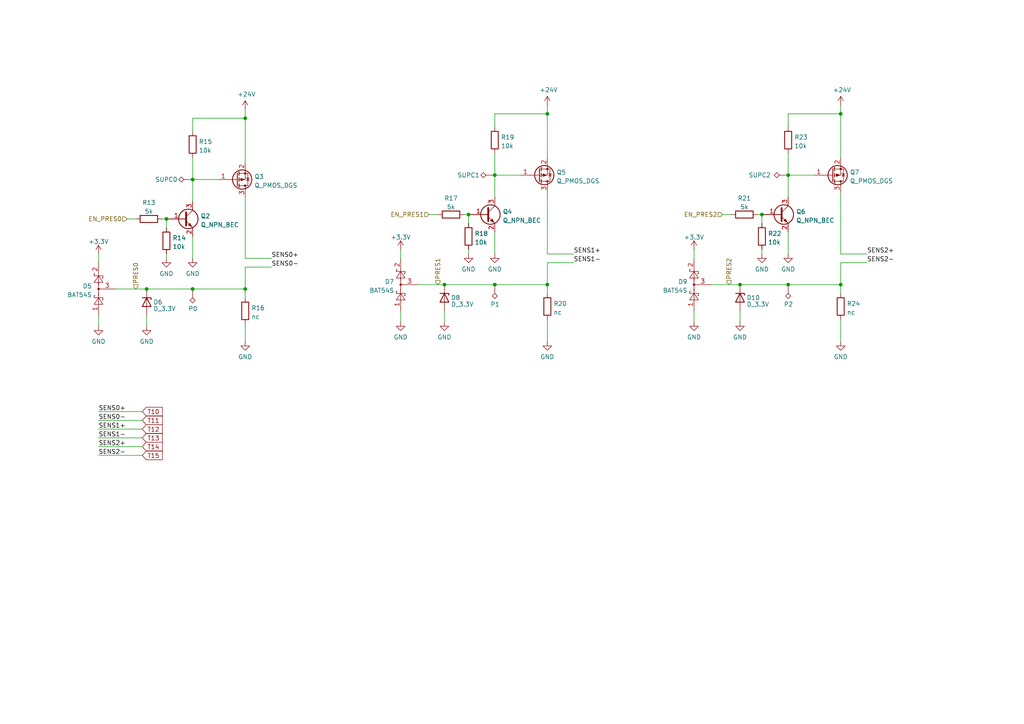
<source format=kicad_sch>
(kicad_sch (version 20211123) (generator eeschema)
  (paper "A4")
  (title_block (title "FloatPUMP Schematics") (date "2022-11-11") (rev "1.0") (company "robtor.de") (comment 1 "Controller board for up to 3 water pumps") (comment 2 "measuring capabilities with piezoresistive pressure sensors") (comment 3 "sensor input Range 4mA-20mA"))
  (lib_symbols
    (symbol "Connector:TestPoint_Alt" (pin_numbers hide) (pin_names (offset 0.762) hide)
      (property "Reference" "TP" (at 0 6.858 0))
      (property "Value" "TestPoint_Alt" (at 0 5.08 0))
      (symbol "TestPoint_Alt_0_1"
        (polyline (pts (xy 0 2.54) (xy -0.762 3.302) (xy 0 4.064) (xy 0.762 3.302) (xy 0 2.54)))
      )
      (symbol "TestPoint_Alt_1_1"
        (pin passive line (at 0 0 90) (length 2.54) (name "1") (number "1"))
      )
    )
    (symbol "D_Zener_1" (pin_numbers hide) (pin_names (offset 1.016) hide)
      (property "Reference" "D?" (at 2.032 0.8347 90))
      (property "Value" "D_Zener_1" (at 2.032 -1.7022 90))
      (symbol "D_Zener_1_0_1"
        (polyline (pts (xy 1.27 0) (xy -1.27 0)))
        (polyline (pts (xy -1.27 -1.27) (xy -1.27 1.27) (xy -0.762 1.27)) (stroke (width 0.254)))
        (polyline (pts (xy 1.27 -1.27) (xy 1.27 1.27) (xy -1.27 0) (xy 1.27 -1.27)) (stroke (width 0.254)))
      )
      (symbol "D_Zener_1_1_1"
        (pin passive line (at 3.81 0 180) (length 2.54) (name "A") (number "1"))
        (pin passive line (at -3.81 0 0) (length 2.54) (name "K") (number "3"))
      )
    )
    (symbol "Device:Q_NPN_BEC" (pin_names (offset 0) hide)
      (property "Reference" "Q" (at 5.08 1.27 0))
      (property "Value" "Q_NPN_BEC" (at 5.08 -1.27 0))
      (symbol "Q_NPN_BEC_0_1"
        (polyline (pts (xy 0.635 0.635) (xy 2.54 2.54)))
        (polyline (pts (xy 0.635 -0.635) (xy 2.54 -2.54) (xy 2.54 -2.54)))
        (polyline (pts (xy 0.635 1.905) (xy 0.635 -1.905) (xy 0.635 -1.905)) (stroke (width 0.508)))
        (polyline (pts (xy 1.27 -1.778) (xy 1.778 -1.27) (xy 2.286 -2.286) (xy 1.27 -1.778) (xy 1.27 -1.778)) (fill (type outline)))
        (circle (center 1.27 0) (radius 2.8194) (stroke (width 0.254)))
      )
      (symbol "Q_NPN_BEC_1_1"
        (pin input line (at -5.08 0 0) (length 5.715) (name "B") (number "1"))
        (pin passive line (at 2.54 -5.08 90) (length 2.54) (name "E") (number "2"))
        (pin passive line (at 2.54 5.08 270) (length 2.54) (name "C") (number "3"))
      )
    )
    (symbol "Device:Q_PMOS_GSD" (pin_names (offset 0) hide)
      (property "Reference" "Q" (at 5.08 1.27 0))
      (property "Value" "Q_PMOS_GSD" (at 5.08 -1.27 0))
      (symbol "Q_PMOS_GSD_0_1"
        (polyline (pts (xy 0.254 0) (xy -2.54 0)))
        (polyline (pts (xy 0.254 1.905) (xy 0.254 -1.905)) (stroke (width 0.254)))
        (polyline (pts (xy 0.762 -1.27) (xy 0.762 -2.286)) (stroke (width 0.254)))
        (polyline (pts (xy 0.762 0.508) (xy 0.762 -0.508)) (stroke (width 0.254)))
        (polyline (pts (xy 0.762 2.286) (xy 0.762 1.27)) (stroke (width 0.254)))
        (polyline (pts (xy 2.54 2.54) (xy 2.54 1.778)))
        (polyline (pts (xy 2.54 -2.54) (xy 2.54 0) (xy 0.762 0)))
        (polyline (pts (xy 0.762 1.778) (xy 3.302 1.778) (xy 3.302 -1.778) (xy 0.762 -1.778)))
        (polyline (pts (xy 2.286 0) (xy 1.27 0.381) (xy 1.27 -0.381) (xy 2.286 0)) (fill (type outline)))
        (polyline (pts (xy 2.794 -0.508) (xy 2.921 -0.381) (xy 3.683 -0.381) (xy 3.81 -0.254)))
        (polyline (pts (xy 3.302 -0.381) (xy 2.921 0.254) (xy 3.683 0.254) (xy 3.302 -0.381)))
        (circle (center 1.651 0) (radius 2.794) (stroke (width 0.254)))
        (circle (center 2.54 -1.778) (radius 0.254) (fill (type outline)))
        (circle (center 2.54 1.778) (radius 0.254) (fill (type outline)))
      )
      (symbol "Q_PMOS_GSD_1_1"
        (pin input line (at -5.08 0 0) (length 2.54) (name "G") (number "1"))
        (pin passive line (at 2.54 -5.08 90) (length 2.54) (name "S") (number "2"))
        (pin passive line (at 2.54 5.08 270) (length 2.54) (name "D") (number "3"))
      )
    )
    (symbol "Device:R" (pin_numbers hide) (pin_names (offset 0))
      (property "Reference" "R" (at 2.032 0 90))
      (property "Value" "R" (at 0 0 90))
      (symbol "R_0_1"
        (rectangle (start -1.016 -2.54) (end 1.016 2.54) (stroke (width 0.254)))
      )
      (symbol "R_1_1"
        (pin passive line (at 0 3.81 270) (length 1.27) (name "~") (number "1"))
        (pin passive line (at 0 -3.81 90) (length 1.27) (name "~") (number "2"))
      )
    )
    (symbol "Diode:BAT54S" (pin_names (offset 1.016))
      (property "Reference" "D" (at 0.635 -3.81 0))
      (property "Value" "BAT54S" (at -6.35 3.175 0))
      (symbol "BAT54S_0_1"
        (polyline (pts (xy -3.81 0) (xy -1.27 0)))
        (polyline (pts (xy -3.175 -1.27) (xy -3.175 -1.016)))
        (polyline (pts (xy -2.54 -1.27) (xy -3.175 -1.27)))
        (polyline (pts (xy -2.54 -1.27) (xy -2.54 1.27)))
        (polyline (pts (xy -2.54 1.27) (xy -1.905 1.27)))
        (polyline (pts (xy -1.905 0) (xy 1.905 0)))
        (polyline (pts (xy -1.905 1.27) (xy -1.905 1.016)))
        (polyline (pts (xy 1.27 0) (xy 3.81 0)))
        (polyline (pts (xy 3.175 -1.27) (xy 3.175 -1.016)))
        (polyline (pts (xy 3.81 -1.27) (xy 3.175 -1.27)))
        (polyline (pts (xy 3.81 -1.27) (xy 3.81 1.27)))
        (polyline (pts (xy 3.81 1.27) (xy 4.445 1.27)))
        (polyline (pts (xy 4.445 1.27) (xy 4.445 1.016)))
        (polyline (pts (xy -4.445 1.27) (xy -4.445 -1.27) (xy -2.54 0) (xy -4.445 1.27)))
        (polyline (pts (xy 1.905 1.27) (xy 1.905 -1.27) (xy 3.81 0) (xy 1.905 1.27)))
        (circle (center 0 0) (radius 0.254) (fill (type outline)))
      )
      (symbol "BAT54S_1_1"
        (pin passive line (at -7.62 0 0) (length 3.81) (name "~") (number "1"))
        (pin passive line (at 7.62 0 180) (length 3.81) (name "~") (number "2"))
        (pin passive line (at 0 -5.08 90) (length 5.08) (name "~") (number "3"))
      )
    )
    (symbol "power:+24V" (power) (pin_names (offset 0))
      (property "Value" "+24V" (at 0 3.556 0))
      (symbol "+24V_0_1"
        (polyline (pts (xy -0.762 1.27) (xy 0 2.54)))
        (polyline (pts (xy 0 0) (xy 0 2.54)))
        (polyline (pts (xy 0 2.54) (xy 0.762 1.27)))
      )
      (symbol "+24V_1_1"
        (pin power_in line (at 0 0 90) (length 0) hide (name "+24V") (number "1"))
      )
    )
    (symbol "power:+3.3V" (power) (pin_names (offset 0))
      (property "Value" "+3.3V" (at 0 3.556 0))
      (symbol "+3.3V_0_1"
        (polyline (pts (xy -0.762 1.27) (xy 0 2.54)))
        (polyline (pts (xy 0 0) (xy 0 2.54)))
        (polyline (pts (xy 0 2.54) (xy 0.762 1.27)))
      )
      (symbol "+3.3V_1_1"
        (pin power_in line (at 0 0 90) (length 0) hide (name "+3.3V") (number "1"))
      )
    )
    (symbol "power:GND" (power) (pin_names (offset 0))
      (property "Value" "GND" (at 0 -3.81 0))
      (symbol "GND_0_1"
        (polyline (pts (xy 0 0) (xy 0 -1.27) (xy 1.27 -1.27) (xy 0 -2.54) (xy -1.27 -1.27) (xy 0 -1.27)))
      )
      (symbol "GND_1_1"
        (pin power_in line (at 0 0 270) (length 0) hide (name "GND") (number "1"))
      )
    )
  )
  (junction (at 143.51 50.8))
  (junction (at 128.905 82.55))
  (junction (at 158.75 33.02))
  (junction (at 243.84 33.02))
  (junction (at 243.84 82.55))
  (junction (at 55.88 52.07))
  (junction (at 158.75 82.55))
  (junction (at 228.6 82.55))
  (junction (at 228.6 50.8))
  (junction (at 42.545 83.82))
  (junction (at 214.63 82.55))
  (junction (at 220.98 62.23))
  (junction (at 135.89 62.23))
  (junction (at 55.88 83.82))
  (junction (at 71.12 34.29))
  (junction (at 143.51 82.55))
  (junction (at 71.12 83.82))
  (junction (at 48.26 63.5))
  (wire (pts (xy 33.655 83.82) (xy 42.545 83.82)))
  (wire (pts (xy 219.71 62.23) (xy 220.98 62.23)))
  (wire (pts (xy 128.905 82.55) (xy 143.51 82.55)))
  (wire (pts (xy 143.51 33.02) (xy 158.75 33.02)))
  (wire (pts (xy 28.575 132.08) (xy 41.275 132.08)))
  (wire (pts (xy 220.98 72.39) (xy 220.98 73.66)))
  (wire (pts (xy 228.6 44.45) (xy 228.6 50.8)))
  (wire (pts (xy 128.905 90.17) (xy 128.905 93.345)))
  (wire (pts (xy 134.62 62.23) (xy 135.89 62.23)))
  (wire (pts (xy 158.75 82.55) (xy 158.75 85.09)))
  (wire (pts (xy 71.12 31.75) (xy 71.12 34.29)))
  (wire (pts (xy 28.575 119.38) (xy 41.275 119.38)))
  (wire (pts (xy 243.84 82.55) (xy 243.84 85.09)))
  (wire (pts (xy 28.575 124.46) (xy 41.275 124.46)))
  (wire (pts (xy 28.575 127) (xy 41.275 127)))
  (wire (pts (xy 55.88 45.72) (xy 55.88 52.07)))
  (wire (pts (xy 166.37 76.2) (xy 158.75 76.2)))
  (wire (pts (xy 28.575 129.54) (xy 41.275 129.54)))
  (wire (pts (xy 228.6 67.31) (xy 228.6 73.66)))
  (wire (pts (xy 158.75 76.2) (xy 158.75 82.55)))
  (wire (pts (xy 243.84 92.71) (xy 243.84 99.06)))
  (wire (pts (xy 71.12 57.15) (xy 71.12 74.93)))
  (wire (pts (xy 124.46 62.23) (xy 127 62.23)))
  (wire (pts (xy 48.26 63.5) (xy 48.26 66.04)))
  (wire (pts (xy 158.75 92.71) (xy 158.75 99.06)))
  (wire (pts (xy 158.75 55.88) (xy 158.75 73.66)))
  (wire (pts (xy 201.295 72.39) (xy 201.295 74.93)))
  (wire (pts (xy 228.6 36.83) (xy 228.6 33.02)))
  (wire (pts (xy 158.75 30.48) (xy 158.75 33.02)))
  (wire (pts (xy 228.6 50.8) (xy 236.22 50.8)))
  (wire (pts (xy 201.295 90.17) (xy 201.295 93.345)))
  (wire (pts (xy 28.575 73.66) (xy 28.575 76.2)))
  (wire (pts (xy 143.51 36.83) (xy 143.51 33.02)))
  (wire (pts (xy 220.98 62.23) (xy 220.98 64.77)))
  (wire (pts (xy 78.74 77.47) (xy 71.12 77.47)))
  (wire (pts (xy 135.89 72.39) (xy 135.89 73.66)))
  (wire (pts (xy 78.74 74.93) (xy 71.12 74.93)))
  (wire (pts (xy 55.88 38.1) (xy 55.88 34.29)))
  (wire (pts (xy 228.6 82.55) (xy 243.84 82.55)))
  (wire (pts (xy 55.88 52.07) (xy 63.5 52.07)))
  (wire (pts (xy 36.83 63.5) (xy 39.37 63.5)))
  (wire (pts (xy 251.46 73.66) (xy 243.84 73.66)))
  (wire (pts (xy 28.575 91.44) (xy 28.575 94.615)))
  (wire (pts (xy 206.375 82.55) (xy 214.63 82.55)))
  (wire (pts (xy 55.88 68.58) (xy 55.88 74.93)))
  (wire (pts (xy 143.51 50.8) (xy 143.51 57.15)))
  (wire (pts (xy 55.88 34.29) (xy 71.12 34.29)))
  (wire (pts (xy 143.51 44.45) (xy 143.51 50.8)))
  (wire (pts (xy 121.285 82.55) (xy 128.905 82.55)))
  (wire (pts (xy 251.46 76.2) (xy 243.84 76.2)))
  (wire (pts (xy 209.55 62.23) (xy 212.09 62.23)))
  (wire (pts (xy 71.12 34.29) (xy 71.12 46.99)))
  (wire (pts (xy 135.89 64.77) (xy 135.89 62.23)))
  (wire (pts (xy 228.6 50.8) (xy 228.6 57.15)))
  (wire (pts (xy 143.51 67.31) (xy 143.51 73.66)))
  (wire (pts (xy 55.88 52.07) (xy 55.88 58.42)))
  (wire (pts (xy 42.545 91.44) (xy 42.545 94.615)))
  (wire (pts (xy 158.75 33.02) (xy 158.75 45.72)))
  (wire (pts (xy 243.84 33.02) (xy 243.84 45.72)))
  (wire (pts (xy 48.26 73.66) (xy 48.26 74.93)))
  (wire (pts (xy 143.51 82.55) (xy 158.75 82.55)))
  (wire (pts (xy 42.545 83.82) (xy 55.88 83.82)))
  (wire (pts (xy 166.37 73.66) (xy 158.75 73.66)))
  (wire (pts (xy 71.12 93.98) (xy 71.12 99.06)))
  (wire (pts (xy 116.205 72.39) (xy 116.205 74.93)))
  (wire (pts (xy 143.51 50.8) (xy 151.13 50.8)))
  (wire (pts (xy 214.63 82.55) (xy 228.6 82.55)))
  (wire (pts (xy 243.84 76.2) (xy 243.84 82.55)))
  (wire (pts (xy 228.6 33.02) (xy 243.84 33.02)))
  (wire (pts (xy 71.12 83.82) (xy 71.12 86.36)))
  (wire (pts (xy 28.575 121.92) (xy 41.275 121.92)))
  (wire (pts (xy 71.12 77.47) (xy 71.12 83.82)))
  (wire (pts (xy 55.88 83.82) (xy 71.12 83.82)))
  (wire (pts (xy 243.84 30.48) (xy 243.84 33.02)))
  (wire (pts (xy 243.84 55.88) (xy 243.84 73.66)))
  (wire (pts (xy 46.99 63.5) (xy 48.26 63.5)))
  (wire (pts (xy 116.205 90.17) (xy 116.205 93.345)))
  (wire (pts (xy 214.63 90.17) (xy 214.63 93.345)))
  (label "SENS0+" (at 78.74 74.93 0))
  (label "SENS1-" (at 166.37 76.2 0))
  (label "SENS0-" (at 78.74 77.47 0))
  (label "SENS1+" (at 166.37 73.66 0))
  (label "SENS1-" (at 28.575 127 0))
  (label "SENS1+" (at 28.575 124.46 0))
  (label "SENS2+" (at 251.46 73.66 0))
  (label "SENS2-" (at 251.46 76.2 0))
  (label "SENS0-" (at 28.575 121.92 0))
  (label "SENS2-" (at 28.575 132.08 0))
  (label "SENS2+" (at 28.575 129.54 0))
  (label "SENS0+" (at 28.575 119.38 0))
  (global_label "T13" (shape input) (at 41.275 127 0) (property "Referenzen zwischen Schaltplänen" "${INTERSHEET_REFS}" (effects hide)))
  (global_label "T14" (shape input) (at 41.275 129.54 0) (property "Referenzen zwischen Schaltplänen" "${INTERSHEET_REFS}" (effects hide)))
  (global_label "T11" (shape input) (at 41.275 121.92 0) (property "Referenzen zwischen Schaltplänen" "${INTERSHEET_REFS}" (effects hide)))
  (global_label "T15" (shape input) (at 41.275 132.08 0) (property "Referenzen zwischen Schaltplänen" "${INTERSHEET_REFS}" (effects hide)))
  (global_label "T10" (shape input) (at 41.275 119.38 0) (property "Referenzen zwischen Schaltplänen" "${INTERSHEET_REFS}" (effects hide)))
  (global_label "T12" (shape input) (at 41.275 124.46 0) (property "Referenzen zwischen Schaltplänen" "${INTERSHEET_REFS}" (effects hide)))
  (hierarchical_label "EN_PRES1" (shape input) (at 124.46 62.23 180))
  (hierarchical_label "PRES2" (shape input) (at 211.455 82.55 90))
  (hierarchical_label "PRES0" (shape input) (at 39.37 83.82 90))
  (hierarchical_label "EN_PRES2" (shape input) (at 209.55 62.23 180))
  (hierarchical_label "EN_PRES0" (shape input) (at 36.83 63.5 180))
  (hierarchical_label "PRES1" (shape input) (at 127 82.55 90))
  (symbol (lib_id "power:+24V") (at 71.12 31.75 0) (unit 1)
    (property "Reference" "#PWR044" (effects hide))
    (property "Value" "+24V" (at 71.501 27.3558 0))
  )
  (symbol (lib_id "power:+24V") (at 158.75 30.48 0) (unit 1)
    (property "Reference" "#PWR051" (effects hide))
    (property "Value" "+24V" (at 159.131 26.0858 0))
  )
  (symbol (lib_id "power:GND") (at 214.63 93.345 0) (unit 1)
    (property "Reference" "#PWR055" (effects hide))
    (property "Value" "GND" (at 214.63 97.7884 0))
  )
  (symbol (lib_id "Diode:BAT54S") (at 28.575 83.82 90) (unit 1)
    (property "Reference" "D5" (at 26.67 82.9853 90) (effects (justify left)))
    (property "Value" "BAT54S" (at 26.67 85.5222 90) (effects (justify left)))
    (property "Footprint" "Package_TO_SOT_SMD:SOT-23" (effects hide))
    (property "Datasheet" "https://www.diodes.com/assets/Datasheets/ds11005.pdf" (effects hide))
    (property "JLCPCB" "C2762214" (effects hide))
  )
  (symbol (lib_id "power:+24V") (at 243.84 30.48 0) (unit 1)
    (property "Reference" "#PWR058" (effects hide))
    (property "Value" "+24V" (at 244.221 26.0858 0))
  )
  (symbol (lib_id "Device:Q_PMOS_GSD") (at 156.21 50.8 0) (mirror x) (unit 1)
    (property "Reference" "Q5" (at 161.417 49.9653 0) (effects (justify left)))
    (property "Value" "Q_PMOS_DGS" (at 161.417 52.5022 0) (effects (justify left)))
    (property "Footprint" "Package_TO_SOT_SMD:SOT-23" (effects hide))
    (property "Datasheet" "https://datasheet.lcsc.com/lcsc/1809291614_Jiangsu-Changjing-Electronics-Technology-Co---Ltd--BSS84_C114481.pdf" (effects hide))
    (property "JLCPCB" " C114481" (effects hide))
  )
  (symbol (lib_id "power:GND") (at 228.6 73.66 0) (unit 1)
    (property "Reference" "#PWR057" (effects hide))
    (property "Value" "GND" (at 228.6 78.1034 0))
  )
  (symbol (lib_id "power:GND") (at 116.205 93.345 0) (unit 1)
    (property "Reference" "#PWR047" (effects hide))
    (property "Value" "GND" (at 116.205 97.7884 0))
  )
  (symbol (lib_id "Device:Q_PMOS_GSD") (at 68.58 52.07 0) (mirror x) (unit 1)
    (property "Reference" "Q3" (at 73.787 51.2353 0) (effects (justify left)))
    (property "Value" "Q_PMOS_DGS" (at 73.787 53.7722 0) (effects (justify left)))
    (property "Footprint" "Package_TO_SOT_SMD:SOT-23" (effects hide))
    (property "Datasheet" "https://datasheet.lcsc.com/lcsc/1809291614_Jiangsu-Changjing-Electronics-Technology-Co---Ltd--BSS84_C114481.pdf" (effects hide))
    (property "JLCPCB" " C114481" (effects hide))
  )
  (symbol (lib_id "power:GND") (at 158.75 99.06 0) (unit 1)
    (property "Reference" "#PWR052" (effects hide))
    (property "Value" "GND" (at 158.75 103.5034 0))
  )
  (symbol (lib_id "Connector:TestPoint_Alt") (at 55.88 83.82 180) (unit 1)
    (property "Reference" "TP11" (effects hide))
    (property "Value" "P0" (at 54.61 89.535 0) (effects (justify right)))
    (property "Footprint" "TestPoint:TestPoint_Pad_D1.0mm" (effects hide))
  )
  (symbol (lib_id "power:+3.3V") (at 28.575 73.66 0) (unit 1)
    (property "Reference" "#PWR039" (effects hide))
    (property "Value" "+3.3V" (at 28.575 70.0842 0))
  )
  (symbol (lib_id "Connector:TestPoint_Alt") (at 228.6 82.55 180) (unit 1)
    (property "Reference" "TP15" (effects hide))
    (property "Value" "P2" (at 227.33 88.265 0) (effects (justify right)))
    (property "Footprint" "TestPoint:TestPoint_Pad_D1.0mm" (effects hide))
  )
  (symbol (lib_id "Device:R") (at 215.9 62.23 90) (unit 1)
    (property "Reference" "R21" (at 215.9 57.5142 90))
    (property "Value" "5k" (at 215.9 60.0511 90))
    (property "Footprint" "Resistor_SMD:R_0402_1005Metric" (effects hide))
    (property "JLCPCB" "C332873" (effects hide))
  )
  (symbol (lib_id "power:+3.3V") (at 116.205 72.39 0) (unit 1)
    (property "Reference" "#PWR046" (effects hide))
    (property "Value" "+3.3V" (at 116.205 68.8142 0))
  )
  (symbol (lib_id "Device:R") (at 55.88 41.91 0) (unit 1)
    (property "Reference" "R15" (at 57.658 41.0753 0) (effects (justify left)))
    (property "Value" "10k" (at 57.658 43.6122 0) (effects (justify left)))
    (property "Footprint" "Resistor_SMD:R_0603_1608Metric" (effects hide))
    (property "JLCPCB" "C238881" (effects hide))
  )
  (symbol (lib_id "power:GND") (at 243.84 99.06 0) (unit 1)
    (property "Reference" "#PWR059" (effects hide))
    (property "Value" "GND" (at 243.84 103.5034 0))
  )
  (symbol (lib_id "Connector:TestPoint_Alt") (at 143.51 50.8 90) (unit 1)
    (property "Reference" "TP12" (effects hide))
    (property "Value" "SUPC1" (at 135.89 50.8 90))
    (property "Footprint" "TestPoint:TestPoint_Pad_D1.0mm" (effects hide))
  )
  (symbol (lib_name "D_Zener_1") (lib_id "Device:D_Zener") (at 214.63 86.36 270) (unit 1)
    (property "Reference" "D10" (at 216.535 86.36 90) (effects (justify left)))
    (property "Value" "D_3.3V" (at 216.535 88.265 90) (effects (justify left)))
    (property "Footprint" "Package_TO_SOT_SMD:SOT-23" (effects hide))
    (property "Datasheet" "https://datasheet.lcsc.com/lcsc/1809191825_LRC-LBZX84C3V3LT1G_C12745.pdf" (effects hide))
    (property "JLCPCB" "C131832" (effects hide))
  )
  (symbol (lib_id "power:GND") (at 48.26 74.93 0) (unit 1)
    (property "Reference" "#PWR042" (effects hide))
    (property "Value" "GND" (at 48.26 79.3734 0))
  )
  (symbol (lib_id "Device:Q_NPN_BEC") (at 140.97 62.23 0) (unit 1)
    (property "Reference" "Q4" (at 145.8214 61.3953 0) (effects (justify left)))
    (property "Value" "Q_NPN_BEC" (at 145.8214 63.9322 0) (effects (justify left)))
    (property "Footprint" "Package_TO_SOT_SMD:SOT-23" (effects hide))
    (property "Datasheet" "https://datasheet.lcsc.com/lcsc/1912111437_Diodes-Incorporated-FMMT491TA_C141788.pdf" (effects hide))
    (property "JLCPCB" "C141788" (effects hide))
  )
  (symbol (lib_id "power:GND") (at 135.89 73.66 0) (unit 1)
    (property "Reference" "#PWR049" (effects hide))
    (property "Value" "GND" (at 135.89 78.1034 0))
  )
  (symbol (lib_id "Device:Q_NPN_BEC") (at 53.34 63.5 0) (unit 1)
    (property "Reference" "Q2" (at 58.1914 62.6653 0) (effects (justify left)))
    (property "Value" "Q_NPN_BEC" (at 58.1914 65.2022 0) (effects (justify left)))
    (property "Footprint" "Package_TO_SOT_SMD:SOT-23" (effects hide))
    (property "Datasheet" "https://datasheet.lcsc.com/lcsc/1912111437_Diodes-Incorporated-FMMT491TA_C141788.pdf" (effects hide))
    (property "JLCPCB" "C141788" (effects hide))
  )
  (symbol (lib_id "power:+3.3V") (at 201.295 72.39 0) (unit 1)
    (property "Reference" "#PWR053" (effects hide))
    (property "Value" "+3.3V" (at 201.295 68.8142 0))
  )
  (symbol (lib_id "power:GND") (at 201.295 93.345 0) (unit 1)
    (property "Reference" "#PWR054" (effects hide))
    (property "Value" "GND" (at 201.295 97.7884 0))
  )
  (symbol (lib_id "Connector:TestPoint_Alt") (at 143.51 82.55 180) (unit 1)
    (property "Reference" "TP13" (effects hide))
    (property "Value" "P1" (at 142.24 88.265 0) (effects (justify right)))
    (property "Footprint" "TestPoint:TestPoint_Pad_D1.0mm" (effects hide))
  )
  (symbol (lib_id "Connector:TestPoint_Alt") (at 55.88 52.07 90) (unit 1)
    (property "Reference" "TP10" (effects hide))
    (property "Value" "SUPC0" (at 48.26 52.07 90))
    (property "Footprint" "TestPoint:TestPoint_Pad_D1.0mm" (effects hide))
  )
  (symbol (lib_id "power:GND") (at 71.12 99.06 0) (unit 1)
    (property "Reference" "#PWR045" (effects hide))
    (property "Value" "GND" (at 71.12 103.5034 0))
  )
  (symbol (lib_id "power:GND") (at 143.51 73.66 0) (unit 1)
    (property "Reference" "#PWR050" (effects hide))
    (property "Value" "GND" (at 143.51 78.1034 0))
  )
  (symbol (lib_id "Device:R") (at 220.98 68.58 0) (unit 1)
    (property "Reference" "R22" (at 222.758 67.7453 0) (effects (justify left)))
    (property "Value" "10k" (at 222.758 70.2822 0) (effects (justify left)))
    (property "Footprint" "Resistor_SMD:R_0603_1608Metric" (effects hide))
    (property "JLCPCB" "C238881" (effects hide))
  )
  (symbol (lib_id "Device:R") (at 135.89 68.58 0) (unit 1)
    (property "Reference" "R18" (at 137.668 67.7453 0) (effects (justify left)))
    (property "Value" "10k" (at 137.668 70.2822 0) (effects (justify left)))
    (property "Footprint" "Resistor_SMD:R_0603_1608Metric" (effects hide))
    (property "JLCPCB" "C238881" (effects hide))
  )
  (symbol (lib_id "Device:R") (at 158.75 88.9 0) (unit 1)
    (property "Reference" "R20" (at 160.528 88.0653 0) (effects (justify left)))
    (property "Value" "nc" (at 160.528 90.6022 0) (effects (justify left)))
    (property "Footprint" "Resistor_THT:R_Axial_DIN0204_L3.6mm_D1.6mm_P7.62mm_Horizontal" (effects hide))
  )
  (symbol (lib_name "D_Zener_1") (lib_id "Device:D_Zener") (at 128.905 86.36 270) (unit 1)
    (property "Reference" "D8" (at 130.81 86.36 90) (effects (justify left)))
    (property "Value" "D_3.3V" (at 130.81 88.265 90) (effects (justify left)))
    (property "Footprint" "Package_TO_SOT_SMD:SOT-23" (effects hide))
    (property "Datasheet" "https://datasheet.lcsc.com/lcsc/1809191825_LRC-LBZX84C3V3LT1G_C12745.pdf" (effects hide))
    (property "JLCPCB" "C131832" (effects hide))
  )
  (symbol (lib_id "Device:R") (at 48.26 69.85 0) (unit 1)
    (property "Reference" "R14" (at 50.038 69.0153 0) (effects (justify left)))
    (property "Value" "10k" (at 50.038 71.5522 0) (effects (justify left)))
    (property "Footprint" "Resistor_SMD:R_0603_1608Metric" (effects hide))
    (property "JLCPCB" "C238881" (effects hide))
  )
  (symbol (lib_id "Device:R") (at 243.84 88.9 0) (unit 1)
    (property "Reference" "R24" (at 245.618 88.0653 0) (effects (justify left)))
    (property "Value" "nc" (at 245.618 90.6022 0) (effects (justify left)))
    (property "Footprint" "Resistor_THT:R_Axial_DIN0204_L3.6mm_D1.6mm_P7.62mm_Horizontal" (effects hide))
  )
  (symbol (lib_id "Device:Q_NPN_BEC") (at 226.06 62.23 0) (unit 1)
    (property "Reference" "Q6" (at 230.9114 61.3953 0) (effects (justify left)))
    (property "Value" "Q_NPN_BEC" (at 230.9114 63.9322 0) (effects (justify left)))
    (property "Footprint" "Package_TO_SOT_SMD:SOT-23" (effects hide))
    (property "Datasheet" "https://datasheet.lcsc.com/lcsc/1912111437_Diodes-Incorporated-FMMT491TA_C141788.pdf" (effects hide))
    (property "JLCPCB" "C141788" (effects hide))
  )
  (symbol (lib_id "power:GND") (at 28.575 94.615 0) (unit 1)
    (property "Reference" "#PWR040" (effects hide))
    (property "Value" "GND" (at 28.575 99.0584 0))
  )
  (symbol (lib_id "Device:R") (at 71.12 90.17 0) (unit 1)
    (property "Reference" "R16" (at 72.898 89.3353 0) (effects (justify left)))
    (property "Value" "nc" (at 72.898 91.8722 0) (effects (justify left)))
    (property "Footprint" "Resistor_THT:R_Axial_DIN0204_L3.6mm_D1.6mm_P7.62mm_Horizontal" (effects hide))
  )
  (symbol (lib_id "Diode:BAT54S") (at 201.295 82.55 90) (unit 1)
    (property "Reference" "D9" (at 199.39 81.7153 90) (effects (justify left)))
    (property "Value" "BAT54S" (at 199.39 84.2522 90) (effects (justify left)))
    (property "Footprint" "Package_TO_SOT_SMD:SOT-23" (effects hide))
    (property "Datasheet" "https://www.diodes.com/assets/Datasheets/ds11005.pdf" (effects hide))
    (property "JLCPCB" "C2762214" (effects hide))
  )
  (symbol (lib_id "Device:R") (at 130.81 62.23 90) (unit 1)
    (property "Reference" "R17" (at 130.81 57.5142 90))
    (property "Value" "5k" (at 130.81 60.0511 90))
    (property "Footprint" "Resistor_SMD:R_0402_1005Metric" (effects hide))
    (property "JLCPCB" "C332873" (effects hide))
  )
  (symbol (lib_id "Device:Q_PMOS_GSD") (at 241.3 50.8 0) (mirror x) (unit 1)
    (property "Reference" "Q7" (at 246.507 49.9653 0) (effects (justify left)))
    (property "Value" "Q_PMOS_DGS" (at 246.507 52.5022 0) (effects (justify left)))
    (property "Footprint" "Package_TO_SOT_SMD:SOT-23" (effects hide))
    (property "Datasheet" "https://datasheet.lcsc.com/lcsc/1809291614_Jiangsu-Changjing-Electronics-Technology-Co---Ltd--BSS84_C114481.pdf" (effects hide))
    (property "JLCPCB" " C114481" (effects hide))
  )
  (symbol (lib_id "power:GND") (at 220.98 73.66 0) (unit 1)
    (property "Reference" "#PWR056" (effects hide))
    (property "Value" "GND" (at 220.98 78.1034 0))
  )
  (symbol (lib_id "power:GND") (at 42.545 94.615 0) (unit 1)
    (property "Reference" "#PWR041" (effects hide))
    (property "Value" "GND" (at 42.545 99.0584 0))
  )
  (symbol (lib_id "Connector:TestPoint_Alt") (at 228.6 50.8 90) (unit 1)
    (property "Reference" "TP14" (effects hide))
    (property "Value" "SUPC2" (at 220.345 50.8 90))
    (property "Footprint" "TestPoint:TestPoint_Pad_D1.0mm" (effects hide))
  )
  (symbol (lib_id "Diode:BAT54S") (at 116.205 82.55 90) (unit 1)
    (property "Reference" "D7" (at 114.3 81.7153 90) (effects (justify left)))
    (property "Value" "BAT54S" (at 114.3 84.2522 90) (effects (justify left)))
    (property "Footprint" "Package_TO_SOT_SMD:SOT-23" (effects hide))
    (property "Datasheet" "https://www.diodes.com/assets/Datasheets/ds11005.pdf" (effects hide))
    (property "JLCPCB" "C2762214" (effects hide))
  )
  (symbol (lib_id "Device:R") (at 228.6 40.64 0) (unit 1)
    (property "Reference" "R23" (at 230.378 39.8053 0) (effects (justify left)))
    (property "Value" "10k" (at 230.378 42.3422 0) (effects (justify left)))
    (property "Footprint" "Resistor_SMD:R_0603_1608Metric" (effects hide))
    (property "JLCPCB" "C238881" (effects hide))
  )
  (symbol (lib_id "power:GND") (at 55.88 74.93 0) (unit 1)
    (property "Reference" "#PWR043" (effects hide))
    (property "Value" "GND" (at 55.88 79.3734 0))
  )
  (symbol (lib_name "D_Zener_1") (lib_id "Device:D_Zener") (at 42.545 87.63 270) (unit 1)
    (property "Reference" "D6" (at 44.45 87.63 90) (effects (justify left)))
    (property "Value" "D_3.3V" (at 44.45 89.535 90) (effects (justify left)))
    (property "Footprint" "Package_TO_SOT_SMD:SOT-23" (effects hide))
    (property "Datasheet" "https://datasheet.lcsc.com/lcsc/1809191825_LRC-LBZX84C3V3LT1G_C12745.pdf" (effects hide))
    (property "JLCPCB" "C131832" (effects hide))
  )
  (symbol (lib_id "power:GND") (at 128.905 93.345 0) (unit 1)
    (property "Reference" "#PWR048" (effects hide))
    (property "Value" "GND" (at 128.905 97.7884 0))
  )
  (symbol (lib_id "Device:R") (at 43.18 63.5 90) (unit 1)
    (property "Reference" "R13" (at 43.18 58.7842 90))
    (property "Value" "5k" (at 43.18 61.3211 90))
    (property "Footprint" "Resistor_SMD:R_0402_1005Metric" (effects hide))
    (property "JLCPCB" "C332873" (effects hide))
  )
  (symbol (lib_id "Device:R") (at 143.51 40.64 0) (unit 1)
    (property "Reference" "R19" (at 145.288 39.8053 0) (effects (justify left)))
    (property "Value" "10k" (at 145.288 42.3422 0) (effects (justify left)))
    (property "Footprint" "Resistor_SMD:R_0603_1608Metric" (effects hide))
    (property "JLCPCB" "C238881" (effects hide))
  )
)
</source>
